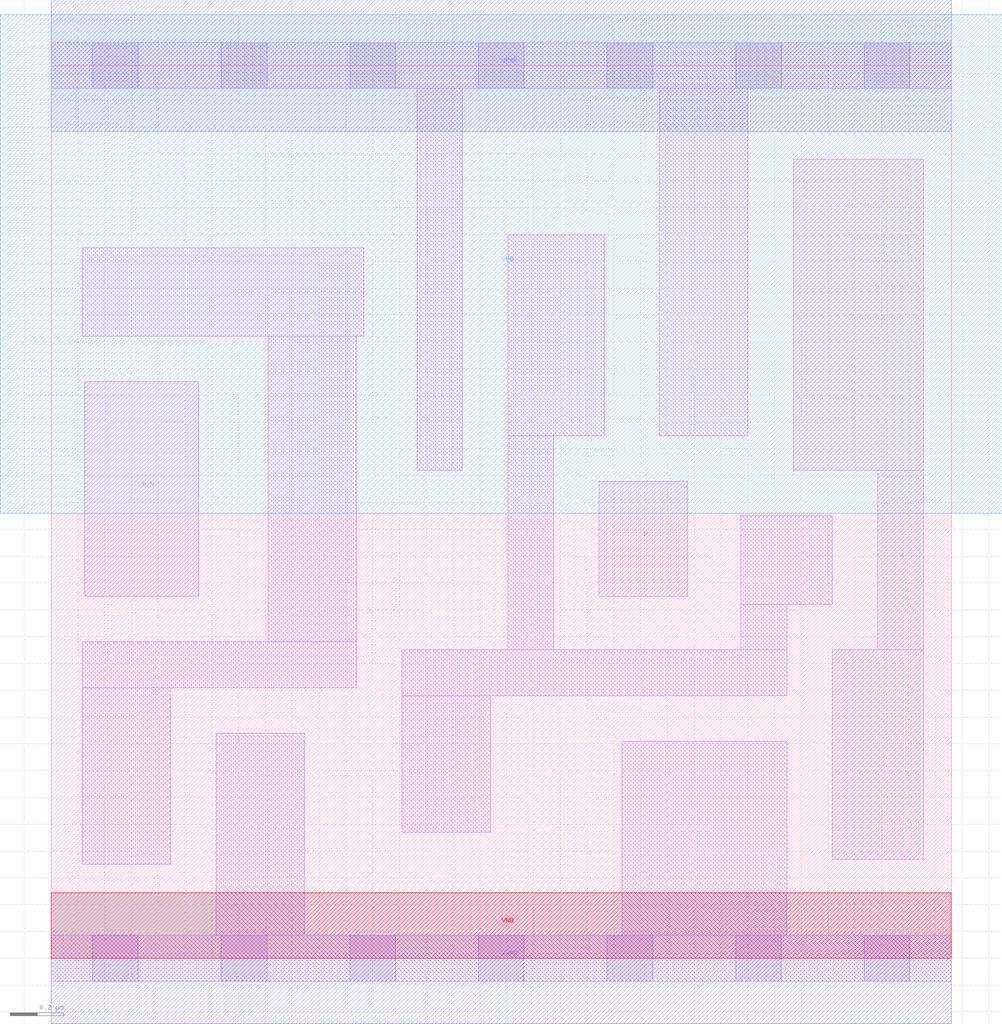
<source format=lef>
# Copyright 2020 The SkyWater PDK Authors
#
# Licensed under the Apache License, Version 2.0 (the "License");
# you may not use this file except in compliance with the License.
# You may obtain a copy of the License at
#
#     https://www.apache.org/licenses/LICENSE-2.0
#
# Unless required by applicable law or agreed to in writing, software
# distributed under the License is distributed on an "AS IS" BASIS,
# WITHOUT WARRANTIES OR CONDITIONS OF ANY KIND, either express or implied.
# See the License for the specific language governing permissions and
# limitations under the License.
#
# SPDX-License-Identifier: Apache-2.0

VERSION 5.7 ;
  NOWIREEXTENSIONATPIN ON ;
  DIVIDERCHAR "/" ;
  BUSBITCHARS "[]" ;
MACRO sky130_fd_sc_ls__and2b_1
  CLASS CORE ;
  FOREIGN sky130_fd_sc_ls__and2b_1 ;
  ORIGIN  0.000000  0.000000 ;
  SIZE  3.360000 BY  3.330000 ;
  SYMMETRY X Y ;
  SITE unit ;
  PIN A_N
    ANTENNAGATEAREA  0.208500 ;
    DIRECTION INPUT ;
    USE SIGNAL ;
    PORT
      LAYER li1 ;
        RECT 0.125000 1.350000 0.550000 2.150000 ;
    END
  END A_N
  PIN B
    ANTENNAGATEAREA  0.222000 ;
    DIRECTION INPUT ;
    USE SIGNAL ;
    PORT
      LAYER li1 ;
        RECT 2.045000 1.350000 2.375000 1.780000 ;
    END
  END B
  PIN X
    ANTENNADIFFAREA  0.541300 ;
    DIRECTION OUTPUT ;
    USE SIGNAL ;
    PORT
      LAYER li1 ;
        RECT 2.770000 1.820000 3.255000 2.980000 ;
        RECT 2.915000 0.370000 3.255000 1.150000 ;
        RECT 3.085000 1.150000 3.255000 1.820000 ;
    END
  END X
  PIN VGND
    DIRECTION INOUT ;
    SHAPE ABUTMENT ;
    USE GROUND ;
    PORT
      LAYER met1 ;
        RECT 0.000000 -0.245000 3.360000 0.245000 ;
    END
  END VGND
  PIN VNB
    DIRECTION INOUT ;
    USE GROUND ;
    PORT
      LAYER pwell ;
        RECT 0.000000 0.000000 3.360000 0.245000 ;
    END
  END VNB
  PIN VPB
    DIRECTION INOUT ;
    USE POWER ;
    PORT
      LAYER nwell ;
        RECT -0.190000 1.660000 3.550000 3.520000 ;
    END
  END VPB
  PIN VPWR
    DIRECTION INOUT ;
    SHAPE ABUTMENT ;
    USE POWER ;
    PORT
      LAYER met1 ;
        RECT 0.000000 3.085000 3.360000 3.575000 ;
    END
  END VPWR
  OBS
    LAYER li1 ;
      RECT 0.000000 -0.085000 3.360000 0.085000 ;
      RECT 0.000000  3.245000 3.360000 3.415000 ;
      RECT 0.115000  0.350000 0.445000 1.010000 ;
      RECT 0.115000  1.010000 1.140000 1.180000 ;
      RECT 0.115000  2.320000 1.165000 2.650000 ;
      RECT 0.615000  0.085000 0.945000 0.840000 ;
      RECT 0.810000  1.180000 1.140000 2.320000 ;
      RECT 1.310000  0.470000 1.640000 0.980000 ;
      RECT 1.310000  0.980000 2.745000 1.150000 ;
      RECT 1.365000  1.820000 1.535000 3.245000 ;
      RECT 1.705000  1.150000 1.875000 1.950000 ;
      RECT 1.705000  1.950000 2.065000 2.700000 ;
      RECT 2.130000  0.085000 2.745000 0.810000 ;
      RECT 2.270000  1.950000 2.600000 3.245000 ;
      RECT 2.575000  1.150000 2.745000 1.320000 ;
      RECT 2.575000  1.320000 2.915000 1.650000 ;
    LAYER mcon ;
      RECT 0.155000 -0.085000 0.325000 0.085000 ;
      RECT 0.155000  3.245000 0.325000 3.415000 ;
      RECT 0.635000 -0.085000 0.805000 0.085000 ;
      RECT 0.635000  3.245000 0.805000 3.415000 ;
      RECT 1.115000 -0.085000 1.285000 0.085000 ;
      RECT 1.115000  3.245000 1.285000 3.415000 ;
      RECT 1.595000 -0.085000 1.765000 0.085000 ;
      RECT 1.595000  3.245000 1.765000 3.415000 ;
      RECT 2.075000 -0.085000 2.245000 0.085000 ;
      RECT 2.075000  3.245000 2.245000 3.415000 ;
      RECT 2.555000 -0.085000 2.725000 0.085000 ;
      RECT 2.555000  3.245000 2.725000 3.415000 ;
      RECT 3.035000 -0.085000 3.205000 0.085000 ;
      RECT 3.035000  3.245000 3.205000 3.415000 ;
  END
END sky130_fd_sc_ls__and2b_1
END LIBRARY

</source>
